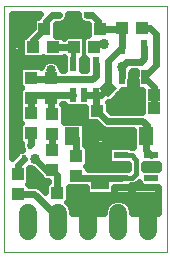
<source format=gtl>
G75*
%MOIN*%
%OFA0B0*%
%FSLAX24Y24*%
%IPPOS*%
%LPD*%
%AMOC8*
5,1,8,0,0,1.08239X$1,22.5*
%
%ADD10C,0.0000*%
%ADD11C,0.0591*%
%ADD12C,0.0236*%
%ADD13R,0.0394X0.0433*%
%ADD14R,0.0433X0.0394*%
%ADD15R,0.0480X0.0244*%
%ADD16R,0.0591X0.0512*%
%ADD17R,0.0512X0.0591*%
%ADD18R,0.0157X0.0256*%
%ADD19R,0.0217X0.0472*%
%ADD20R,0.0244X0.0480*%
%ADD21C,0.0240*%
%ADD22C,0.0337*%
%ADD23C,0.0120*%
%ADD24C,0.0160*%
D10*
X000667Y001133D02*
X000667Y009328D01*
X006084Y009328D01*
X006084Y001133D01*
X000667Y001133D01*
D11*
X001467Y001838D02*
X001467Y002429D01*
X002467Y002429D02*
X002467Y001838D01*
X003467Y001838D02*
X003467Y002429D01*
X004467Y002429D02*
X004467Y001838D01*
X005467Y001838D02*
X005467Y002429D01*
D12*
X003417Y009033D03*
X002942Y009033D03*
X002492Y009033D03*
D13*
X002676Y008558D03*
X002007Y008558D03*
X003007Y007958D03*
X003676Y007958D03*
X004607Y008583D03*
X005276Y008583D03*
X002217Y006943D03*
X002217Y006274D03*
X004982Y005933D03*
X005651Y005933D03*
D14*
X005651Y006358D03*
X004982Y006358D03*
G36*
X004590Y006414D02*
X004895Y006109D01*
X004616Y005830D01*
X004311Y006135D01*
X004590Y006414D01*
G37*
G36*
X004117Y006887D02*
X004422Y006582D01*
X004143Y006303D01*
X003838Y006608D01*
X004117Y006887D01*
G37*
X003751Y005833D03*
X003082Y005833D03*
X002267Y005743D03*
X001567Y005768D03*
X001567Y006274D03*
X001567Y006943D03*
X001632Y007958D03*
X002301Y007958D03*
X003207Y008558D03*
X003876Y008558D03*
X001567Y005099D03*
X002267Y005074D03*
X002267Y004543D03*
X002267Y003874D03*
X002432Y003108D03*
X003101Y003108D03*
X003067Y003674D03*
X003067Y004343D03*
X001117Y003743D03*
X001117Y003074D03*
D15*
X004555Y003609D03*
X004555Y003983D03*
X004555Y004357D03*
X005578Y004357D03*
X005578Y003609D03*
D16*
X003867Y003474D03*
X003867Y004143D03*
D17*
X003601Y004983D03*
X002932Y004983D03*
X004732Y004983D03*
X005401Y004983D03*
D18*
X001714Y004232D03*
X001320Y004232D03*
X001517Y004685D03*
D19*
X004593Y006947D03*
X004967Y006947D03*
X005341Y006947D03*
X005341Y007970D03*
X004593Y007970D03*
D20*
X003716Y007395D03*
X003342Y007395D03*
X002968Y007395D03*
X002968Y006372D03*
X003342Y006372D03*
X003716Y006372D03*
D21*
X003742Y006372D01*
X003907Y006372D01*
X004130Y006595D01*
X004130Y007508D01*
X004593Y007970D01*
X004593Y008569D01*
X003887Y008569D01*
X003876Y008558D01*
X003792Y008643D01*
X003792Y008833D01*
X003592Y009033D01*
X003417Y009033D01*
X003280Y008765D02*
X002629Y008765D01*
X002662Y008779D02*
X002746Y008863D01*
X002792Y008974D01*
X002792Y009058D01*
X003117Y009058D01*
X003117Y008974D01*
X003162Y008863D01*
X003247Y008779D01*
X003357Y008733D01*
X003467Y008733D01*
X003480Y008721D01*
X003480Y008355D01*
X003405Y008355D01*
X003342Y008292D01*
X003278Y008355D01*
X002736Y008355D01*
X002654Y008273D01*
X002592Y008335D01*
X002384Y008335D01*
X002384Y008726D01*
X002391Y008733D01*
X002551Y008733D01*
X002662Y008779D01*
X002792Y009004D02*
X003117Y009004D01*
X002942Y009033D02*
X002942Y008824D01*
X003207Y008558D01*
X003167Y008558D02*
X002676Y008558D01*
X002842Y008558D01*
X002942Y008658D01*
X002942Y008824D02*
X002676Y008558D01*
X002669Y008288D02*
X002639Y008288D01*
X002384Y008527D02*
X003480Y008527D01*
X003676Y008058D02*
X003992Y008058D01*
X003676Y008058D02*
X003676Y007958D01*
X003342Y007625D02*
X003405Y007562D01*
X003414Y007562D01*
X003414Y007183D01*
X003270Y007183D01*
X003270Y007562D01*
X003278Y007562D01*
X003342Y007625D01*
X003394Y007573D02*
X003289Y007573D01*
X003270Y007334D02*
X003414Y007334D01*
X003717Y007394D02*
X003716Y007395D01*
X003717Y007394D02*
X003717Y007008D01*
X003592Y006883D01*
X002167Y006883D01*
X002217Y006933D01*
X002217Y006943D01*
X002217Y007183D01*
X002531Y007334D02*
X002666Y007334D01*
X002594Y007234D02*
X002558Y007269D01*
X002512Y007381D01*
X002414Y007479D01*
X002286Y007532D01*
X002147Y007532D01*
X002019Y007479D01*
X001921Y007381D01*
X001885Y007293D01*
X001858Y007320D01*
X001276Y007320D01*
X001170Y007214D01*
X001170Y006672D01*
X001233Y006608D01*
X001170Y006545D01*
X001170Y005497D01*
X001233Y005433D01*
X001170Y005370D01*
X001170Y004827D01*
X001227Y004770D01*
X001217Y004744D01*
X001217Y004625D01*
X001252Y004540D01*
X001167Y004540D01*
X001061Y004434D01*
X001061Y004397D01*
X000937Y004273D01*
X000937Y009058D01*
X001867Y009058D01*
X001812Y009003D01*
X001792Y008955D01*
X001736Y008955D01*
X001630Y008849D01*
X001630Y008606D01*
X001378Y008353D01*
X001370Y008335D01*
X001341Y008335D01*
X001235Y008230D01*
X001235Y007687D01*
X001341Y007581D01*
X001923Y007581D01*
X001967Y007625D01*
X002010Y007581D01*
X002592Y007581D01*
X002654Y007643D01*
X002666Y007632D01*
X002666Y007183D01*
X002594Y007183D01*
X002594Y007234D01*
X002666Y007573D02*
X000937Y007573D01*
X000937Y007811D02*
X001235Y007811D01*
X001235Y008050D02*
X000937Y008050D01*
X000937Y008288D02*
X001294Y008288D01*
X001551Y008527D02*
X000937Y008527D01*
X000937Y008765D02*
X001630Y008765D01*
X001813Y009004D02*
X000937Y009004D01*
X001632Y008183D02*
X002007Y008558D01*
X002067Y008618D01*
X002067Y008833D01*
X002267Y009033D01*
X002492Y009033D01*
X001632Y008183D02*
X001632Y007958D01*
X002301Y007958D02*
X003007Y007958D01*
X002818Y007944D01*
X001902Y007334D02*
X000937Y007334D01*
X000937Y007096D02*
X001170Y007096D01*
X001170Y006857D02*
X000937Y006857D01*
X000937Y006619D02*
X001223Y006619D01*
X001170Y006380D02*
X000937Y006380D01*
X000937Y006142D02*
X001170Y006142D01*
X001170Y005903D02*
X000937Y005903D01*
X000937Y005665D02*
X001170Y005665D01*
X001226Y005426D02*
X000937Y005426D01*
X000937Y005188D02*
X001170Y005188D01*
X001170Y004949D02*
X000937Y004949D01*
X000937Y004711D02*
X001217Y004711D01*
X001517Y004685D02*
X001567Y004735D01*
X001567Y005099D01*
X001567Y005768D02*
X001567Y006274D01*
X001665Y006372D01*
X002217Y006372D01*
X002217Y006274D01*
X002217Y005793D01*
X002267Y005743D01*
X002663Y005665D02*
X003355Y005665D01*
X003355Y005562D02*
X003460Y005456D01*
X003719Y005456D01*
X003837Y005338D01*
X003922Y005254D01*
X004032Y005208D01*
X004965Y005208D01*
X004965Y004617D01*
X004912Y004617D01*
X004870Y004659D01*
X004240Y004659D01*
X004135Y004554D01*
X004135Y004161D01*
X004240Y004055D01*
X004807Y004055D01*
X004807Y003911D01*
X004240Y003911D01*
X004238Y003909D01*
X004237Y003909D01*
X004236Y003910D01*
X003497Y003910D01*
X003496Y003908D01*
X003463Y003908D01*
X003463Y003945D01*
X003400Y004008D01*
X003463Y004072D01*
X003463Y004614D01*
X003368Y004710D01*
X003368Y004930D01*
X003370Y004960D01*
X003368Y004965D01*
X003368Y005353D01*
X003262Y005459D01*
X002650Y005459D01*
X002663Y005472D01*
X002663Y006014D01*
X002606Y006072D01*
X002666Y006072D01*
X002666Y006057D01*
X002771Y005951D01*
X003355Y005951D01*
X003355Y005562D01*
X003295Y005426D02*
X003749Y005426D01*
X003442Y005383D02*
X003442Y005143D01*
X003601Y004983D01*
X003867Y005033D01*
X004217Y004683D01*
X003992Y004458D01*
X003992Y004268D01*
X003867Y004143D01*
X004026Y003983D01*
X004555Y003983D01*
X004807Y003995D02*
X003413Y003995D01*
X003463Y004234D02*
X004135Y004234D01*
X004135Y004472D02*
X003463Y004472D01*
X003368Y004711D02*
X004965Y004711D01*
X004965Y004949D02*
X003369Y004949D01*
X003067Y004918D02*
X002932Y004983D01*
X003067Y004918D02*
X003067Y004343D01*
X002432Y003708D02*
X002432Y003108D01*
X002829Y003041D02*
X003493Y003041D01*
X003497Y003038D02*
X004236Y003038D01*
X004342Y003143D01*
X004342Y003307D01*
X004870Y003307D01*
X004911Y003348D01*
X004993Y003348D01*
X005089Y003388D01*
X005158Y003457D01*
X005158Y003413D01*
X005264Y003307D01*
X005814Y003307D01*
X005814Y002433D01*
X004942Y002433D01*
X004942Y002523D01*
X004870Y002698D01*
X004736Y002832D01*
X004561Y002904D01*
X004372Y002904D01*
X004197Y002832D01*
X004064Y002698D01*
X003991Y002523D01*
X003991Y002433D01*
X002942Y002433D01*
X002942Y002523D01*
X002870Y002698D01*
X002780Y002788D01*
X002829Y002837D01*
X002829Y003297D01*
X003358Y003297D01*
X003369Y003308D01*
X003391Y003308D01*
X003391Y003143D01*
X003497Y003038D01*
X003391Y003280D02*
X002829Y003280D01*
X003101Y003108D02*
X003467Y002743D01*
X003467Y002133D01*
X004008Y002564D02*
X002925Y002564D01*
X002794Y002803D02*
X004169Y002803D01*
X004240Y003041D02*
X005814Y003041D01*
X005814Y002803D02*
X004765Y002803D01*
X004925Y002564D02*
X005814Y002564D01*
X005814Y003280D02*
X004342Y003280D01*
X004555Y003609D02*
X004002Y003609D01*
X003867Y003474D01*
X003732Y003608D01*
X003132Y003608D01*
X003067Y003674D01*
X002432Y003708D02*
X002267Y003874D01*
X002072Y003874D01*
X001714Y004232D01*
X001633Y003888D02*
X001516Y003937D01*
X001513Y003940D01*
X001513Y003472D01*
X001450Y003408D01*
X001485Y003374D01*
X001617Y003374D01*
X001736Y003374D01*
X001846Y003328D01*
X002035Y003139D01*
X002035Y003380D01*
X002132Y003476D01*
X002132Y003497D01*
X001976Y003497D01*
X001870Y003602D01*
X001870Y003651D01*
X001817Y003704D01*
X001633Y003888D01*
X001513Y003757D02*
X001764Y003757D01*
X001954Y003518D02*
X001513Y003518D01*
X001894Y003280D02*
X002035Y003280D01*
X001676Y003074D02*
X002467Y002283D01*
X002467Y002133D01*
X001676Y003074D02*
X001117Y003074D01*
X001117Y003743D02*
X001117Y004029D01*
X001320Y004232D01*
X001099Y004472D02*
X000937Y004472D01*
X002267Y004543D02*
X002267Y005074D01*
X003082Y005743D02*
X003442Y005383D01*
X003368Y005188D02*
X004965Y005188D01*
X004817Y004983D02*
X004732Y004983D01*
X004517Y004983D01*
X004217Y004683D01*
X004092Y005508D02*
X005267Y005508D01*
X005417Y005358D01*
X005417Y004999D01*
X005401Y004983D01*
X005401Y004535D01*
X005578Y004357D01*
X005814Y004055D02*
X005327Y004055D01*
X005327Y003911D01*
X005814Y003911D01*
X005814Y004055D01*
X005814Y003995D02*
X005327Y003995D01*
X004092Y005508D02*
X003792Y005808D01*
X003751Y005833D01*
X003716Y005869D01*
X003716Y006372D01*
X003342Y006372D01*
X002968Y006372D02*
X002217Y006372D01*
X002315Y006372D02*
X002217Y006274D01*
X002663Y005903D02*
X003355Y005903D01*
X003082Y005833D02*
X003082Y005743D01*
X003082Y005833D02*
X002792Y005833D01*
X002767Y005858D01*
X002167Y006883D02*
X001626Y006883D01*
X001567Y006943D01*
X004130Y006123D02*
X004219Y006123D01*
X004602Y006506D01*
X004602Y006530D01*
X004775Y006530D01*
X004881Y006636D01*
X004881Y006859D01*
X004893Y006887D01*
X004893Y007099D01*
X004917Y007158D01*
X005052Y007158D01*
X005052Y007035D01*
X005041Y007006D01*
X005041Y006887D01*
X005052Y006859D01*
X005052Y006636D01*
X005158Y006530D01*
X005255Y006530D01*
X005255Y006087D01*
X005274Y006067D01*
X005274Y005808D01*
X004216Y005808D01*
X004148Y005876D01*
X004148Y006105D01*
X004130Y006123D01*
X004238Y006142D02*
X005255Y006142D01*
X005274Y005903D02*
X004148Y005903D01*
X004603Y006122D02*
X004955Y006122D01*
X004967Y006133D01*
X004867Y006133D01*
X004967Y006133D02*
X004967Y005974D01*
X004982Y005933D01*
X004967Y006133D02*
X004967Y006408D01*
X004982Y006393D01*
X004982Y006358D01*
X004882Y006458D01*
X004967Y006408D02*
X004967Y006947D01*
X005052Y006857D02*
X004881Y006857D01*
X004864Y006619D02*
X005069Y006619D01*
X005255Y006380D02*
X004476Y006380D01*
X004593Y006947D02*
X004593Y007282D01*
X004592Y007283D01*
X004593Y007309D02*
X004742Y007458D01*
X005217Y007458D01*
X005342Y007583D01*
X005342Y007969D01*
X005341Y007970D01*
X005742Y008383D02*
X005742Y007348D01*
X005341Y006947D01*
X005651Y006636D01*
X005651Y006358D01*
X005651Y005933D01*
X005341Y006947D02*
X005343Y006949D01*
X005052Y007096D02*
X004893Y007096D01*
X004593Y006947D02*
X004593Y007309D01*
X005742Y008383D02*
X005542Y008583D01*
X005276Y008583D01*
X004607Y008583D02*
X004593Y008569D01*
D22*
X003992Y008058D03*
X004592Y007283D03*
X004867Y006133D03*
X004817Y004983D03*
X003992Y004633D03*
X002932Y004983D03*
X002767Y005858D03*
X002217Y007183D03*
X001017Y006858D03*
X001017Y005933D03*
X001017Y004883D03*
X001714Y004232D03*
X001692Y003608D03*
X003842Y002858D03*
X004917Y003108D03*
X005617Y003983D03*
X001017Y008183D03*
X001542Y008908D03*
X002942Y008658D03*
D23*
X003207Y008558D02*
X003342Y008558D01*
X003342Y007395D01*
D24*
X002968Y007395D02*
X002968Y007958D01*
X003007Y007958D01*
X004555Y004357D02*
X004918Y004357D01*
X005067Y004208D01*
X005067Y003733D01*
X004942Y003608D01*
X004556Y003608D01*
X004555Y003609D01*
M02*

</source>
